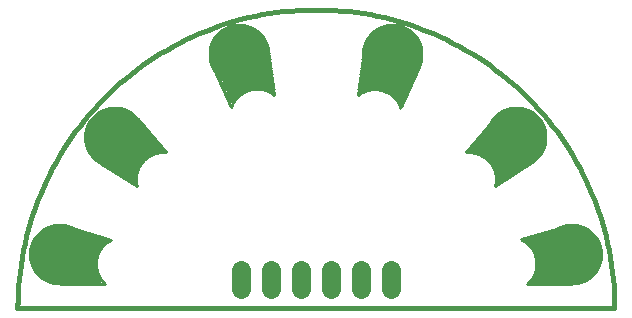
<source format=gts>
G75*
%MOIN*%
%OFA0B0*%
%FSLAX25Y25*%
%IPPOS*%
%LPD*%
%AMOC8*
5,1,8,0,0,1.08239X$1,22.5*
%
%ADD10C,0.01600*%
%ADD11C,0.09474*%
%ADD12C,0.01000*%
%ADD13R,0.00039X0.00472*%
%ADD14C,0.07124*%
%ADD15C,0.06400*%
D10*
X0001800Y0035590D02*
X0200800Y0035590D01*
X0200770Y0038013D01*
X0200682Y0040434D01*
X0200535Y0042853D01*
X0200328Y0045267D01*
X0200063Y0047676D01*
X0199740Y0050077D01*
X0199358Y0052470D01*
X0198918Y0054853D01*
X0198420Y0057224D01*
X0197864Y0059583D01*
X0197251Y0061927D01*
X0196581Y0064256D01*
X0195855Y0066568D01*
X0195073Y0068861D01*
X0194235Y0071134D01*
X0193342Y0073387D01*
X0192394Y0075617D01*
X0191392Y0077823D01*
X0190337Y0080005D01*
X0189229Y0082160D01*
X0188069Y0084287D01*
X0186857Y0086386D01*
X0185595Y0088454D01*
X0184283Y0090491D01*
X0182921Y0092495D01*
X0181511Y0094466D01*
X0180054Y0096402D01*
X0178550Y0098301D01*
X0177000Y0100164D01*
X0175405Y0101988D01*
X0173766Y0103773D01*
X0172084Y0105517D01*
X0170360Y0107220D01*
X0168596Y0108881D01*
X0166791Y0110498D01*
X0164947Y0112070D01*
X0163066Y0113598D01*
X0161148Y0115079D01*
X0159195Y0116512D01*
X0157207Y0117898D01*
X0155186Y0119235D01*
X0153134Y0120523D01*
X0151050Y0121760D01*
X0148937Y0122945D01*
X0146796Y0124080D01*
X0144627Y0125161D01*
X0142433Y0126190D01*
X0140215Y0127164D01*
X0137973Y0128085D01*
X0135710Y0128951D01*
X0133427Y0129761D01*
X0131124Y0130515D01*
X0128804Y0131213D01*
X0126467Y0131855D01*
X0124115Y0132439D01*
X0121750Y0132966D01*
X0119373Y0133435D01*
X0116985Y0133846D01*
X0114588Y0134199D01*
X0112182Y0134493D01*
X0109771Y0134729D01*
X0107354Y0134906D01*
X0104934Y0135024D01*
X0102512Y0135083D01*
X0100088Y0135083D01*
X0097666Y0135024D01*
X0095246Y0134906D01*
X0092829Y0134729D01*
X0090418Y0134493D01*
X0088012Y0134199D01*
X0085615Y0133846D01*
X0083227Y0133435D01*
X0080850Y0132966D01*
X0078485Y0132439D01*
X0076133Y0131855D01*
X0073796Y0131213D01*
X0071476Y0130515D01*
X0069173Y0129761D01*
X0066890Y0128951D01*
X0064627Y0128085D01*
X0062385Y0127164D01*
X0060167Y0126190D01*
X0057973Y0125161D01*
X0055804Y0124080D01*
X0053663Y0122945D01*
X0051550Y0121760D01*
X0049466Y0120523D01*
X0047414Y0119235D01*
X0045393Y0117898D01*
X0043405Y0116512D01*
X0041452Y0115079D01*
X0039534Y0113598D01*
X0037653Y0112070D01*
X0035809Y0110498D01*
X0034004Y0108881D01*
X0032240Y0107220D01*
X0030516Y0105517D01*
X0028834Y0103773D01*
X0027195Y0101988D01*
X0025600Y0100164D01*
X0024050Y0098301D01*
X0022546Y0096402D01*
X0021089Y0094466D01*
X0019679Y0092495D01*
X0018317Y0090491D01*
X0017005Y0088454D01*
X0015743Y0086386D01*
X0014531Y0084287D01*
X0013371Y0082160D01*
X0012263Y0080005D01*
X0011208Y0077823D01*
X0010206Y0075617D01*
X0009258Y0073387D01*
X0008365Y0071134D01*
X0007527Y0068861D01*
X0006745Y0066568D01*
X0006019Y0064256D01*
X0005349Y0061927D01*
X0004736Y0059583D01*
X0004180Y0057224D01*
X0003682Y0054853D01*
X0003242Y0052470D01*
X0002860Y0050077D01*
X0002537Y0047676D01*
X0002272Y0045267D01*
X0002065Y0042853D01*
X0001918Y0040434D01*
X0001830Y0038013D01*
X0001800Y0035590D01*
X0001800Y0035840D02*
X0001800Y0036840D01*
D11*
X0010350Y0053383D02*
X0010352Y0053532D01*
X0010358Y0053681D01*
X0010368Y0053829D01*
X0010382Y0053977D01*
X0010400Y0054125D01*
X0010421Y0054272D01*
X0010447Y0054419D01*
X0010477Y0054565D01*
X0010510Y0054710D01*
X0010548Y0054854D01*
X0010589Y0054997D01*
X0010634Y0055139D01*
X0010683Y0055280D01*
X0010736Y0055419D01*
X0010792Y0055557D01*
X0010852Y0055693D01*
X0010915Y0055828D01*
X0010982Y0055960D01*
X0011053Y0056091D01*
X0011127Y0056221D01*
X0011205Y0056348D01*
X0011286Y0056473D01*
X0011370Y0056595D01*
X0011458Y0056716D01*
X0011548Y0056834D01*
X0011642Y0056949D01*
X0011739Y0057062D01*
X0011839Y0057173D01*
X0011942Y0057280D01*
X0012047Y0057385D01*
X0012156Y0057487D01*
X0012267Y0057587D01*
X0012380Y0057683D01*
X0012497Y0057776D01*
X0012615Y0057866D01*
X0012736Y0057952D01*
X0012859Y0058036D01*
X0012985Y0058116D01*
X0013113Y0058193D01*
X0013242Y0058266D01*
X0013374Y0058336D01*
X0013507Y0058402D01*
X0013642Y0058465D01*
X0013779Y0058524D01*
X0013917Y0058579D01*
X0014056Y0058631D01*
X0014197Y0058678D01*
X0014340Y0058723D01*
X0014483Y0058763D01*
X0014627Y0058799D01*
X0014772Y0058832D01*
X0014919Y0058861D01*
X0015065Y0058885D01*
X0015213Y0058906D01*
X0015361Y0058923D01*
X0015509Y0058936D01*
X0015658Y0058945D01*
X0015806Y0058950D01*
X0015955Y0058951D01*
X0016104Y0058948D01*
X0016253Y0058941D01*
X0016401Y0058930D01*
X0016549Y0058915D01*
X0016697Y0058896D01*
X0016844Y0058873D01*
X0016991Y0058847D01*
X0017136Y0058816D01*
X0017281Y0058782D01*
X0017425Y0058743D01*
X0017568Y0058701D01*
X0017709Y0058655D01*
X0017850Y0058605D01*
X0017988Y0058552D01*
X0018126Y0058495D01*
X0018262Y0058434D01*
X0018396Y0058369D01*
X0018528Y0058301D01*
X0018659Y0058230D01*
X0018788Y0058155D01*
X0018914Y0058076D01*
X0019038Y0057994D01*
X0019161Y0057909D01*
X0019280Y0057821D01*
X0019398Y0057730D01*
X0019513Y0057635D01*
X0019625Y0057537D01*
X0019735Y0057437D01*
X0019842Y0057333D01*
X0019946Y0057227D01*
X0020048Y0057118D01*
X0020146Y0057006D01*
X0020241Y0056892D01*
X0020334Y0056775D01*
X0020423Y0056656D01*
X0020508Y0056534D01*
X0020591Y0056410D01*
X0020670Y0056284D01*
X0020746Y0056156D01*
X0020819Y0056026D01*
X0020888Y0055894D01*
X0020953Y0055760D01*
X0021015Y0055625D01*
X0021073Y0055488D01*
X0021127Y0055349D01*
X0021178Y0055209D01*
X0021225Y0055068D01*
X0021268Y0054926D01*
X0021307Y0054782D01*
X0021343Y0054638D01*
X0021374Y0054492D01*
X0021402Y0054346D01*
X0021426Y0054199D01*
X0021446Y0054051D01*
X0021462Y0053903D01*
X0021474Y0053755D01*
X0021482Y0053606D01*
X0021486Y0053457D01*
X0021486Y0053309D01*
X0021482Y0053160D01*
X0021474Y0053011D01*
X0021462Y0052863D01*
X0021446Y0052715D01*
X0021426Y0052567D01*
X0021402Y0052420D01*
X0021374Y0052274D01*
X0021343Y0052128D01*
X0021307Y0051984D01*
X0021268Y0051840D01*
X0021225Y0051698D01*
X0021178Y0051557D01*
X0021127Y0051417D01*
X0021073Y0051278D01*
X0021015Y0051141D01*
X0020953Y0051006D01*
X0020888Y0050872D01*
X0020819Y0050740D01*
X0020746Y0050610D01*
X0020670Y0050482D01*
X0020591Y0050356D01*
X0020508Y0050232D01*
X0020423Y0050110D01*
X0020334Y0049991D01*
X0020241Y0049874D01*
X0020146Y0049760D01*
X0020048Y0049648D01*
X0019946Y0049539D01*
X0019842Y0049433D01*
X0019735Y0049329D01*
X0019625Y0049229D01*
X0019513Y0049131D01*
X0019398Y0049036D01*
X0019280Y0048945D01*
X0019161Y0048857D01*
X0019038Y0048772D01*
X0018914Y0048690D01*
X0018788Y0048611D01*
X0018659Y0048536D01*
X0018528Y0048465D01*
X0018396Y0048397D01*
X0018262Y0048332D01*
X0018126Y0048271D01*
X0017988Y0048214D01*
X0017850Y0048161D01*
X0017709Y0048111D01*
X0017568Y0048065D01*
X0017425Y0048023D01*
X0017281Y0047984D01*
X0017136Y0047950D01*
X0016991Y0047919D01*
X0016844Y0047893D01*
X0016697Y0047870D01*
X0016549Y0047851D01*
X0016401Y0047836D01*
X0016253Y0047825D01*
X0016104Y0047818D01*
X0015955Y0047815D01*
X0015806Y0047816D01*
X0015658Y0047821D01*
X0015509Y0047830D01*
X0015361Y0047843D01*
X0015213Y0047860D01*
X0015065Y0047881D01*
X0014919Y0047905D01*
X0014772Y0047934D01*
X0014627Y0047967D01*
X0014483Y0048003D01*
X0014340Y0048043D01*
X0014197Y0048088D01*
X0014056Y0048135D01*
X0013917Y0048187D01*
X0013779Y0048242D01*
X0013642Y0048301D01*
X0013507Y0048364D01*
X0013374Y0048430D01*
X0013242Y0048500D01*
X0013113Y0048573D01*
X0012985Y0048650D01*
X0012859Y0048730D01*
X0012736Y0048814D01*
X0012615Y0048900D01*
X0012497Y0048990D01*
X0012380Y0049083D01*
X0012267Y0049179D01*
X0012156Y0049279D01*
X0012047Y0049381D01*
X0011942Y0049486D01*
X0011839Y0049593D01*
X0011739Y0049704D01*
X0011642Y0049817D01*
X0011548Y0049932D01*
X0011458Y0050050D01*
X0011370Y0050171D01*
X0011286Y0050293D01*
X0011205Y0050418D01*
X0011127Y0050545D01*
X0011053Y0050675D01*
X0010982Y0050806D01*
X0010915Y0050938D01*
X0010852Y0051073D01*
X0010792Y0051209D01*
X0010736Y0051347D01*
X0010683Y0051486D01*
X0010634Y0051627D01*
X0010589Y0051769D01*
X0010548Y0051912D01*
X0010510Y0052056D01*
X0010477Y0052201D01*
X0010447Y0052347D01*
X0010421Y0052494D01*
X0010400Y0052641D01*
X0010382Y0052789D01*
X0010368Y0052937D01*
X0010358Y0053085D01*
X0010352Y0053234D01*
X0010350Y0053383D01*
X0028763Y0092403D02*
X0028765Y0092552D01*
X0028771Y0092701D01*
X0028781Y0092849D01*
X0028795Y0092997D01*
X0028813Y0093145D01*
X0028834Y0093292D01*
X0028860Y0093439D01*
X0028890Y0093585D01*
X0028923Y0093730D01*
X0028961Y0093874D01*
X0029002Y0094017D01*
X0029047Y0094159D01*
X0029096Y0094300D01*
X0029149Y0094439D01*
X0029205Y0094577D01*
X0029265Y0094713D01*
X0029328Y0094848D01*
X0029395Y0094980D01*
X0029466Y0095111D01*
X0029540Y0095241D01*
X0029618Y0095368D01*
X0029699Y0095493D01*
X0029783Y0095615D01*
X0029871Y0095736D01*
X0029961Y0095854D01*
X0030055Y0095969D01*
X0030152Y0096082D01*
X0030252Y0096193D01*
X0030355Y0096300D01*
X0030460Y0096405D01*
X0030569Y0096507D01*
X0030680Y0096607D01*
X0030793Y0096703D01*
X0030910Y0096796D01*
X0031028Y0096886D01*
X0031149Y0096972D01*
X0031272Y0097056D01*
X0031398Y0097136D01*
X0031526Y0097213D01*
X0031655Y0097286D01*
X0031787Y0097356D01*
X0031920Y0097422D01*
X0032055Y0097485D01*
X0032192Y0097544D01*
X0032330Y0097599D01*
X0032469Y0097651D01*
X0032610Y0097698D01*
X0032753Y0097743D01*
X0032896Y0097783D01*
X0033040Y0097819D01*
X0033185Y0097852D01*
X0033332Y0097881D01*
X0033478Y0097905D01*
X0033626Y0097926D01*
X0033774Y0097943D01*
X0033922Y0097956D01*
X0034071Y0097965D01*
X0034219Y0097970D01*
X0034368Y0097971D01*
X0034517Y0097968D01*
X0034666Y0097961D01*
X0034814Y0097950D01*
X0034962Y0097935D01*
X0035110Y0097916D01*
X0035257Y0097893D01*
X0035404Y0097867D01*
X0035549Y0097836D01*
X0035694Y0097802D01*
X0035838Y0097763D01*
X0035981Y0097721D01*
X0036122Y0097675D01*
X0036263Y0097625D01*
X0036401Y0097572D01*
X0036539Y0097515D01*
X0036675Y0097454D01*
X0036809Y0097389D01*
X0036941Y0097321D01*
X0037072Y0097250D01*
X0037201Y0097175D01*
X0037327Y0097096D01*
X0037451Y0097014D01*
X0037574Y0096929D01*
X0037693Y0096841D01*
X0037811Y0096750D01*
X0037926Y0096655D01*
X0038038Y0096557D01*
X0038148Y0096457D01*
X0038255Y0096353D01*
X0038359Y0096247D01*
X0038461Y0096138D01*
X0038559Y0096026D01*
X0038654Y0095912D01*
X0038747Y0095795D01*
X0038836Y0095676D01*
X0038921Y0095554D01*
X0039004Y0095430D01*
X0039083Y0095304D01*
X0039159Y0095176D01*
X0039232Y0095046D01*
X0039301Y0094914D01*
X0039366Y0094780D01*
X0039428Y0094645D01*
X0039486Y0094508D01*
X0039540Y0094369D01*
X0039591Y0094229D01*
X0039638Y0094088D01*
X0039681Y0093946D01*
X0039720Y0093802D01*
X0039756Y0093658D01*
X0039787Y0093512D01*
X0039815Y0093366D01*
X0039839Y0093219D01*
X0039859Y0093071D01*
X0039875Y0092923D01*
X0039887Y0092775D01*
X0039895Y0092626D01*
X0039899Y0092477D01*
X0039899Y0092329D01*
X0039895Y0092180D01*
X0039887Y0092031D01*
X0039875Y0091883D01*
X0039859Y0091735D01*
X0039839Y0091587D01*
X0039815Y0091440D01*
X0039787Y0091294D01*
X0039756Y0091148D01*
X0039720Y0091004D01*
X0039681Y0090860D01*
X0039638Y0090718D01*
X0039591Y0090577D01*
X0039540Y0090437D01*
X0039486Y0090298D01*
X0039428Y0090161D01*
X0039366Y0090026D01*
X0039301Y0089892D01*
X0039232Y0089760D01*
X0039159Y0089630D01*
X0039083Y0089502D01*
X0039004Y0089376D01*
X0038921Y0089252D01*
X0038836Y0089130D01*
X0038747Y0089011D01*
X0038654Y0088894D01*
X0038559Y0088780D01*
X0038461Y0088668D01*
X0038359Y0088559D01*
X0038255Y0088453D01*
X0038148Y0088349D01*
X0038038Y0088249D01*
X0037926Y0088151D01*
X0037811Y0088056D01*
X0037693Y0087965D01*
X0037574Y0087877D01*
X0037451Y0087792D01*
X0037327Y0087710D01*
X0037201Y0087631D01*
X0037072Y0087556D01*
X0036941Y0087485D01*
X0036809Y0087417D01*
X0036675Y0087352D01*
X0036539Y0087291D01*
X0036401Y0087234D01*
X0036263Y0087181D01*
X0036122Y0087131D01*
X0035981Y0087085D01*
X0035838Y0087043D01*
X0035694Y0087004D01*
X0035549Y0086970D01*
X0035404Y0086939D01*
X0035257Y0086913D01*
X0035110Y0086890D01*
X0034962Y0086871D01*
X0034814Y0086856D01*
X0034666Y0086845D01*
X0034517Y0086838D01*
X0034368Y0086835D01*
X0034219Y0086836D01*
X0034071Y0086841D01*
X0033922Y0086850D01*
X0033774Y0086863D01*
X0033626Y0086880D01*
X0033478Y0086901D01*
X0033332Y0086925D01*
X0033185Y0086954D01*
X0033040Y0086987D01*
X0032896Y0087023D01*
X0032753Y0087063D01*
X0032610Y0087108D01*
X0032469Y0087155D01*
X0032330Y0087207D01*
X0032192Y0087262D01*
X0032055Y0087321D01*
X0031920Y0087384D01*
X0031787Y0087450D01*
X0031655Y0087520D01*
X0031526Y0087593D01*
X0031398Y0087670D01*
X0031272Y0087750D01*
X0031149Y0087834D01*
X0031028Y0087920D01*
X0030910Y0088010D01*
X0030793Y0088103D01*
X0030680Y0088199D01*
X0030569Y0088299D01*
X0030460Y0088401D01*
X0030355Y0088506D01*
X0030252Y0088613D01*
X0030152Y0088724D01*
X0030055Y0088837D01*
X0029961Y0088952D01*
X0029871Y0089070D01*
X0029783Y0089191D01*
X0029699Y0089313D01*
X0029618Y0089438D01*
X0029540Y0089565D01*
X0029466Y0089695D01*
X0029395Y0089826D01*
X0029328Y0089958D01*
X0029265Y0090093D01*
X0029205Y0090229D01*
X0029149Y0090367D01*
X0029096Y0090506D01*
X0029047Y0090647D01*
X0029002Y0090789D01*
X0028961Y0090932D01*
X0028923Y0091076D01*
X0028890Y0091221D01*
X0028860Y0091367D01*
X0028834Y0091514D01*
X0028813Y0091661D01*
X0028795Y0091809D01*
X0028781Y0091957D01*
X0028771Y0092105D01*
X0028765Y0092254D01*
X0028763Y0092403D01*
X0070196Y0120043D02*
X0070198Y0120192D01*
X0070204Y0120341D01*
X0070214Y0120489D01*
X0070228Y0120637D01*
X0070246Y0120785D01*
X0070267Y0120932D01*
X0070293Y0121079D01*
X0070323Y0121225D01*
X0070356Y0121370D01*
X0070394Y0121514D01*
X0070435Y0121657D01*
X0070480Y0121799D01*
X0070529Y0121940D01*
X0070582Y0122079D01*
X0070638Y0122217D01*
X0070698Y0122353D01*
X0070761Y0122488D01*
X0070828Y0122620D01*
X0070899Y0122751D01*
X0070973Y0122881D01*
X0071051Y0123008D01*
X0071132Y0123133D01*
X0071216Y0123255D01*
X0071304Y0123376D01*
X0071394Y0123494D01*
X0071488Y0123609D01*
X0071585Y0123722D01*
X0071685Y0123833D01*
X0071788Y0123940D01*
X0071893Y0124045D01*
X0072002Y0124147D01*
X0072113Y0124247D01*
X0072226Y0124343D01*
X0072343Y0124436D01*
X0072461Y0124526D01*
X0072582Y0124612D01*
X0072705Y0124696D01*
X0072831Y0124776D01*
X0072959Y0124853D01*
X0073088Y0124926D01*
X0073220Y0124996D01*
X0073353Y0125062D01*
X0073488Y0125125D01*
X0073625Y0125184D01*
X0073763Y0125239D01*
X0073902Y0125291D01*
X0074043Y0125338D01*
X0074186Y0125383D01*
X0074329Y0125423D01*
X0074473Y0125459D01*
X0074618Y0125492D01*
X0074765Y0125521D01*
X0074911Y0125545D01*
X0075059Y0125566D01*
X0075207Y0125583D01*
X0075355Y0125596D01*
X0075504Y0125605D01*
X0075652Y0125610D01*
X0075801Y0125611D01*
X0075950Y0125608D01*
X0076099Y0125601D01*
X0076247Y0125590D01*
X0076395Y0125575D01*
X0076543Y0125556D01*
X0076690Y0125533D01*
X0076837Y0125507D01*
X0076982Y0125476D01*
X0077127Y0125442D01*
X0077271Y0125403D01*
X0077414Y0125361D01*
X0077555Y0125315D01*
X0077696Y0125265D01*
X0077834Y0125212D01*
X0077972Y0125155D01*
X0078108Y0125094D01*
X0078242Y0125029D01*
X0078374Y0124961D01*
X0078505Y0124890D01*
X0078634Y0124815D01*
X0078760Y0124736D01*
X0078884Y0124654D01*
X0079007Y0124569D01*
X0079126Y0124481D01*
X0079244Y0124390D01*
X0079359Y0124295D01*
X0079471Y0124197D01*
X0079581Y0124097D01*
X0079688Y0123993D01*
X0079792Y0123887D01*
X0079894Y0123778D01*
X0079992Y0123666D01*
X0080087Y0123552D01*
X0080180Y0123435D01*
X0080269Y0123316D01*
X0080354Y0123194D01*
X0080437Y0123070D01*
X0080516Y0122944D01*
X0080592Y0122816D01*
X0080665Y0122686D01*
X0080734Y0122554D01*
X0080799Y0122420D01*
X0080861Y0122285D01*
X0080919Y0122148D01*
X0080973Y0122009D01*
X0081024Y0121869D01*
X0081071Y0121728D01*
X0081114Y0121586D01*
X0081153Y0121442D01*
X0081189Y0121298D01*
X0081220Y0121152D01*
X0081248Y0121006D01*
X0081272Y0120859D01*
X0081292Y0120711D01*
X0081308Y0120563D01*
X0081320Y0120415D01*
X0081328Y0120266D01*
X0081332Y0120117D01*
X0081332Y0119969D01*
X0081328Y0119820D01*
X0081320Y0119671D01*
X0081308Y0119523D01*
X0081292Y0119375D01*
X0081272Y0119227D01*
X0081248Y0119080D01*
X0081220Y0118934D01*
X0081189Y0118788D01*
X0081153Y0118644D01*
X0081114Y0118500D01*
X0081071Y0118358D01*
X0081024Y0118217D01*
X0080973Y0118077D01*
X0080919Y0117938D01*
X0080861Y0117801D01*
X0080799Y0117666D01*
X0080734Y0117532D01*
X0080665Y0117400D01*
X0080592Y0117270D01*
X0080516Y0117142D01*
X0080437Y0117016D01*
X0080354Y0116892D01*
X0080269Y0116770D01*
X0080180Y0116651D01*
X0080087Y0116534D01*
X0079992Y0116420D01*
X0079894Y0116308D01*
X0079792Y0116199D01*
X0079688Y0116093D01*
X0079581Y0115989D01*
X0079471Y0115889D01*
X0079359Y0115791D01*
X0079244Y0115696D01*
X0079126Y0115605D01*
X0079007Y0115517D01*
X0078884Y0115432D01*
X0078760Y0115350D01*
X0078634Y0115271D01*
X0078505Y0115196D01*
X0078374Y0115125D01*
X0078242Y0115057D01*
X0078108Y0114992D01*
X0077972Y0114931D01*
X0077834Y0114874D01*
X0077696Y0114821D01*
X0077555Y0114771D01*
X0077414Y0114725D01*
X0077271Y0114683D01*
X0077127Y0114644D01*
X0076982Y0114610D01*
X0076837Y0114579D01*
X0076690Y0114553D01*
X0076543Y0114530D01*
X0076395Y0114511D01*
X0076247Y0114496D01*
X0076099Y0114485D01*
X0075950Y0114478D01*
X0075801Y0114475D01*
X0075652Y0114476D01*
X0075504Y0114481D01*
X0075355Y0114490D01*
X0075207Y0114503D01*
X0075059Y0114520D01*
X0074911Y0114541D01*
X0074765Y0114565D01*
X0074618Y0114594D01*
X0074473Y0114627D01*
X0074329Y0114663D01*
X0074186Y0114703D01*
X0074043Y0114748D01*
X0073902Y0114795D01*
X0073763Y0114847D01*
X0073625Y0114902D01*
X0073488Y0114961D01*
X0073353Y0115024D01*
X0073220Y0115090D01*
X0073088Y0115160D01*
X0072959Y0115233D01*
X0072831Y0115310D01*
X0072705Y0115390D01*
X0072582Y0115474D01*
X0072461Y0115560D01*
X0072343Y0115650D01*
X0072226Y0115743D01*
X0072113Y0115839D01*
X0072002Y0115939D01*
X0071893Y0116041D01*
X0071788Y0116146D01*
X0071685Y0116253D01*
X0071585Y0116364D01*
X0071488Y0116477D01*
X0071394Y0116592D01*
X0071304Y0116710D01*
X0071216Y0116831D01*
X0071132Y0116953D01*
X0071051Y0117078D01*
X0070973Y0117205D01*
X0070899Y0117335D01*
X0070828Y0117466D01*
X0070761Y0117598D01*
X0070698Y0117733D01*
X0070638Y0117869D01*
X0070582Y0118007D01*
X0070529Y0118146D01*
X0070480Y0118287D01*
X0070435Y0118429D01*
X0070394Y0118572D01*
X0070356Y0118716D01*
X0070323Y0118861D01*
X0070293Y0119007D01*
X0070267Y0119154D01*
X0070246Y0119301D01*
X0070228Y0119449D01*
X0070214Y0119597D01*
X0070204Y0119745D01*
X0070198Y0119894D01*
X0070196Y0120043D01*
X0121338Y0120033D02*
X0121340Y0120182D01*
X0121346Y0120331D01*
X0121356Y0120479D01*
X0121370Y0120627D01*
X0121388Y0120775D01*
X0121409Y0120922D01*
X0121435Y0121069D01*
X0121465Y0121215D01*
X0121498Y0121360D01*
X0121536Y0121504D01*
X0121577Y0121647D01*
X0121622Y0121789D01*
X0121671Y0121930D01*
X0121724Y0122069D01*
X0121780Y0122207D01*
X0121840Y0122343D01*
X0121903Y0122478D01*
X0121970Y0122610D01*
X0122041Y0122741D01*
X0122115Y0122871D01*
X0122193Y0122998D01*
X0122274Y0123123D01*
X0122358Y0123245D01*
X0122446Y0123366D01*
X0122536Y0123484D01*
X0122630Y0123599D01*
X0122727Y0123712D01*
X0122827Y0123823D01*
X0122930Y0123930D01*
X0123035Y0124035D01*
X0123144Y0124137D01*
X0123255Y0124237D01*
X0123368Y0124333D01*
X0123485Y0124426D01*
X0123603Y0124516D01*
X0123724Y0124602D01*
X0123847Y0124686D01*
X0123973Y0124766D01*
X0124101Y0124843D01*
X0124230Y0124916D01*
X0124362Y0124986D01*
X0124495Y0125052D01*
X0124630Y0125115D01*
X0124767Y0125174D01*
X0124905Y0125229D01*
X0125044Y0125281D01*
X0125185Y0125328D01*
X0125328Y0125373D01*
X0125471Y0125413D01*
X0125615Y0125449D01*
X0125760Y0125482D01*
X0125907Y0125511D01*
X0126053Y0125535D01*
X0126201Y0125556D01*
X0126349Y0125573D01*
X0126497Y0125586D01*
X0126646Y0125595D01*
X0126794Y0125600D01*
X0126943Y0125601D01*
X0127092Y0125598D01*
X0127241Y0125591D01*
X0127389Y0125580D01*
X0127537Y0125565D01*
X0127685Y0125546D01*
X0127832Y0125523D01*
X0127979Y0125497D01*
X0128124Y0125466D01*
X0128269Y0125432D01*
X0128413Y0125393D01*
X0128556Y0125351D01*
X0128697Y0125305D01*
X0128838Y0125255D01*
X0128976Y0125202D01*
X0129114Y0125145D01*
X0129250Y0125084D01*
X0129384Y0125019D01*
X0129516Y0124951D01*
X0129647Y0124880D01*
X0129776Y0124805D01*
X0129902Y0124726D01*
X0130026Y0124644D01*
X0130149Y0124559D01*
X0130268Y0124471D01*
X0130386Y0124380D01*
X0130501Y0124285D01*
X0130613Y0124187D01*
X0130723Y0124087D01*
X0130830Y0123983D01*
X0130934Y0123877D01*
X0131036Y0123768D01*
X0131134Y0123656D01*
X0131229Y0123542D01*
X0131322Y0123425D01*
X0131411Y0123306D01*
X0131496Y0123184D01*
X0131579Y0123060D01*
X0131658Y0122934D01*
X0131734Y0122806D01*
X0131807Y0122676D01*
X0131876Y0122544D01*
X0131941Y0122410D01*
X0132003Y0122275D01*
X0132061Y0122138D01*
X0132115Y0121999D01*
X0132166Y0121859D01*
X0132213Y0121718D01*
X0132256Y0121576D01*
X0132295Y0121432D01*
X0132331Y0121288D01*
X0132362Y0121142D01*
X0132390Y0120996D01*
X0132414Y0120849D01*
X0132434Y0120701D01*
X0132450Y0120553D01*
X0132462Y0120405D01*
X0132470Y0120256D01*
X0132474Y0120107D01*
X0132474Y0119959D01*
X0132470Y0119810D01*
X0132462Y0119661D01*
X0132450Y0119513D01*
X0132434Y0119365D01*
X0132414Y0119217D01*
X0132390Y0119070D01*
X0132362Y0118924D01*
X0132331Y0118778D01*
X0132295Y0118634D01*
X0132256Y0118490D01*
X0132213Y0118348D01*
X0132166Y0118207D01*
X0132115Y0118067D01*
X0132061Y0117928D01*
X0132003Y0117791D01*
X0131941Y0117656D01*
X0131876Y0117522D01*
X0131807Y0117390D01*
X0131734Y0117260D01*
X0131658Y0117132D01*
X0131579Y0117006D01*
X0131496Y0116882D01*
X0131411Y0116760D01*
X0131322Y0116641D01*
X0131229Y0116524D01*
X0131134Y0116410D01*
X0131036Y0116298D01*
X0130934Y0116189D01*
X0130830Y0116083D01*
X0130723Y0115979D01*
X0130613Y0115879D01*
X0130501Y0115781D01*
X0130386Y0115686D01*
X0130268Y0115595D01*
X0130149Y0115507D01*
X0130026Y0115422D01*
X0129902Y0115340D01*
X0129776Y0115261D01*
X0129647Y0115186D01*
X0129516Y0115115D01*
X0129384Y0115047D01*
X0129250Y0114982D01*
X0129114Y0114921D01*
X0128976Y0114864D01*
X0128838Y0114811D01*
X0128697Y0114761D01*
X0128556Y0114715D01*
X0128413Y0114673D01*
X0128269Y0114634D01*
X0128124Y0114600D01*
X0127979Y0114569D01*
X0127832Y0114543D01*
X0127685Y0114520D01*
X0127537Y0114501D01*
X0127389Y0114486D01*
X0127241Y0114475D01*
X0127092Y0114468D01*
X0126943Y0114465D01*
X0126794Y0114466D01*
X0126646Y0114471D01*
X0126497Y0114480D01*
X0126349Y0114493D01*
X0126201Y0114510D01*
X0126053Y0114531D01*
X0125907Y0114555D01*
X0125760Y0114584D01*
X0125615Y0114617D01*
X0125471Y0114653D01*
X0125328Y0114693D01*
X0125185Y0114738D01*
X0125044Y0114785D01*
X0124905Y0114837D01*
X0124767Y0114892D01*
X0124630Y0114951D01*
X0124495Y0115014D01*
X0124362Y0115080D01*
X0124230Y0115150D01*
X0124101Y0115223D01*
X0123973Y0115300D01*
X0123847Y0115380D01*
X0123724Y0115464D01*
X0123603Y0115550D01*
X0123485Y0115640D01*
X0123368Y0115733D01*
X0123255Y0115829D01*
X0123144Y0115929D01*
X0123035Y0116031D01*
X0122930Y0116136D01*
X0122827Y0116243D01*
X0122727Y0116354D01*
X0122630Y0116467D01*
X0122536Y0116582D01*
X0122446Y0116700D01*
X0122358Y0116821D01*
X0122274Y0116943D01*
X0122193Y0117068D01*
X0122115Y0117195D01*
X0122041Y0117325D01*
X0121970Y0117456D01*
X0121903Y0117588D01*
X0121840Y0117723D01*
X0121780Y0117859D01*
X0121724Y0117997D01*
X0121671Y0118136D01*
X0121622Y0118277D01*
X0121577Y0118419D01*
X0121536Y0118562D01*
X0121498Y0118706D01*
X0121465Y0118851D01*
X0121435Y0118997D01*
X0121409Y0119144D01*
X0121388Y0119291D01*
X0121370Y0119439D01*
X0121356Y0119587D01*
X0121346Y0119735D01*
X0121340Y0119884D01*
X0121338Y0120033D01*
X0162608Y0092420D02*
X0162610Y0092569D01*
X0162616Y0092718D01*
X0162626Y0092866D01*
X0162640Y0093014D01*
X0162658Y0093162D01*
X0162679Y0093309D01*
X0162705Y0093456D01*
X0162735Y0093602D01*
X0162768Y0093747D01*
X0162806Y0093891D01*
X0162847Y0094034D01*
X0162892Y0094176D01*
X0162941Y0094317D01*
X0162994Y0094456D01*
X0163050Y0094594D01*
X0163110Y0094730D01*
X0163173Y0094865D01*
X0163240Y0094997D01*
X0163311Y0095128D01*
X0163385Y0095258D01*
X0163463Y0095385D01*
X0163544Y0095510D01*
X0163628Y0095632D01*
X0163716Y0095753D01*
X0163806Y0095871D01*
X0163900Y0095986D01*
X0163997Y0096099D01*
X0164097Y0096210D01*
X0164200Y0096317D01*
X0164305Y0096422D01*
X0164414Y0096524D01*
X0164525Y0096624D01*
X0164638Y0096720D01*
X0164755Y0096813D01*
X0164873Y0096903D01*
X0164994Y0096989D01*
X0165117Y0097073D01*
X0165243Y0097153D01*
X0165371Y0097230D01*
X0165500Y0097303D01*
X0165632Y0097373D01*
X0165765Y0097439D01*
X0165900Y0097502D01*
X0166037Y0097561D01*
X0166175Y0097616D01*
X0166314Y0097668D01*
X0166455Y0097715D01*
X0166598Y0097760D01*
X0166741Y0097800D01*
X0166885Y0097836D01*
X0167030Y0097869D01*
X0167177Y0097898D01*
X0167323Y0097922D01*
X0167471Y0097943D01*
X0167619Y0097960D01*
X0167767Y0097973D01*
X0167916Y0097982D01*
X0168064Y0097987D01*
X0168213Y0097988D01*
X0168362Y0097985D01*
X0168511Y0097978D01*
X0168659Y0097967D01*
X0168807Y0097952D01*
X0168955Y0097933D01*
X0169102Y0097910D01*
X0169249Y0097884D01*
X0169394Y0097853D01*
X0169539Y0097819D01*
X0169683Y0097780D01*
X0169826Y0097738D01*
X0169967Y0097692D01*
X0170108Y0097642D01*
X0170246Y0097589D01*
X0170384Y0097532D01*
X0170520Y0097471D01*
X0170654Y0097406D01*
X0170786Y0097338D01*
X0170917Y0097267D01*
X0171046Y0097192D01*
X0171172Y0097113D01*
X0171296Y0097031D01*
X0171419Y0096946D01*
X0171538Y0096858D01*
X0171656Y0096767D01*
X0171771Y0096672D01*
X0171883Y0096574D01*
X0171993Y0096474D01*
X0172100Y0096370D01*
X0172204Y0096264D01*
X0172306Y0096155D01*
X0172404Y0096043D01*
X0172499Y0095929D01*
X0172592Y0095812D01*
X0172681Y0095693D01*
X0172766Y0095571D01*
X0172849Y0095447D01*
X0172928Y0095321D01*
X0173004Y0095193D01*
X0173077Y0095063D01*
X0173146Y0094931D01*
X0173211Y0094797D01*
X0173273Y0094662D01*
X0173331Y0094525D01*
X0173385Y0094386D01*
X0173436Y0094246D01*
X0173483Y0094105D01*
X0173526Y0093963D01*
X0173565Y0093819D01*
X0173601Y0093675D01*
X0173632Y0093529D01*
X0173660Y0093383D01*
X0173684Y0093236D01*
X0173704Y0093088D01*
X0173720Y0092940D01*
X0173732Y0092792D01*
X0173740Y0092643D01*
X0173744Y0092494D01*
X0173744Y0092346D01*
X0173740Y0092197D01*
X0173732Y0092048D01*
X0173720Y0091900D01*
X0173704Y0091752D01*
X0173684Y0091604D01*
X0173660Y0091457D01*
X0173632Y0091311D01*
X0173601Y0091165D01*
X0173565Y0091021D01*
X0173526Y0090877D01*
X0173483Y0090735D01*
X0173436Y0090594D01*
X0173385Y0090454D01*
X0173331Y0090315D01*
X0173273Y0090178D01*
X0173211Y0090043D01*
X0173146Y0089909D01*
X0173077Y0089777D01*
X0173004Y0089647D01*
X0172928Y0089519D01*
X0172849Y0089393D01*
X0172766Y0089269D01*
X0172681Y0089147D01*
X0172592Y0089028D01*
X0172499Y0088911D01*
X0172404Y0088797D01*
X0172306Y0088685D01*
X0172204Y0088576D01*
X0172100Y0088470D01*
X0171993Y0088366D01*
X0171883Y0088266D01*
X0171771Y0088168D01*
X0171656Y0088073D01*
X0171538Y0087982D01*
X0171419Y0087894D01*
X0171296Y0087809D01*
X0171172Y0087727D01*
X0171046Y0087648D01*
X0170917Y0087573D01*
X0170786Y0087502D01*
X0170654Y0087434D01*
X0170520Y0087369D01*
X0170384Y0087308D01*
X0170246Y0087251D01*
X0170108Y0087198D01*
X0169967Y0087148D01*
X0169826Y0087102D01*
X0169683Y0087060D01*
X0169539Y0087021D01*
X0169394Y0086987D01*
X0169249Y0086956D01*
X0169102Y0086930D01*
X0168955Y0086907D01*
X0168807Y0086888D01*
X0168659Y0086873D01*
X0168511Y0086862D01*
X0168362Y0086855D01*
X0168213Y0086852D01*
X0168064Y0086853D01*
X0167916Y0086858D01*
X0167767Y0086867D01*
X0167619Y0086880D01*
X0167471Y0086897D01*
X0167323Y0086918D01*
X0167177Y0086942D01*
X0167030Y0086971D01*
X0166885Y0087004D01*
X0166741Y0087040D01*
X0166598Y0087080D01*
X0166455Y0087125D01*
X0166314Y0087172D01*
X0166175Y0087224D01*
X0166037Y0087279D01*
X0165900Y0087338D01*
X0165765Y0087401D01*
X0165632Y0087467D01*
X0165500Y0087537D01*
X0165371Y0087610D01*
X0165243Y0087687D01*
X0165117Y0087767D01*
X0164994Y0087851D01*
X0164873Y0087937D01*
X0164755Y0088027D01*
X0164638Y0088120D01*
X0164525Y0088216D01*
X0164414Y0088316D01*
X0164305Y0088418D01*
X0164200Y0088523D01*
X0164097Y0088630D01*
X0163997Y0088741D01*
X0163900Y0088854D01*
X0163806Y0088969D01*
X0163716Y0089087D01*
X0163628Y0089208D01*
X0163544Y0089330D01*
X0163463Y0089455D01*
X0163385Y0089582D01*
X0163311Y0089712D01*
X0163240Y0089843D01*
X0163173Y0089975D01*
X0163110Y0090110D01*
X0163050Y0090246D01*
X0162994Y0090384D01*
X0162941Y0090523D01*
X0162892Y0090664D01*
X0162847Y0090806D01*
X0162806Y0090949D01*
X0162768Y0091093D01*
X0162735Y0091238D01*
X0162705Y0091384D01*
X0162679Y0091531D01*
X0162658Y0091678D01*
X0162640Y0091826D01*
X0162626Y0091974D01*
X0162616Y0092122D01*
X0162610Y0092271D01*
X0162608Y0092420D01*
X0181108Y0053354D02*
X0181110Y0053503D01*
X0181116Y0053652D01*
X0181126Y0053800D01*
X0181140Y0053948D01*
X0181158Y0054096D01*
X0181179Y0054243D01*
X0181205Y0054390D01*
X0181235Y0054536D01*
X0181268Y0054681D01*
X0181306Y0054825D01*
X0181347Y0054968D01*
X0181392Y0055110D01*
X0181441Y0055251D01*
X0181494Y0055390D01*
X0181550Y0055528D01*
X0181610Y0055664D01*
X0181673Y0055799D01*
X0181740Y0055931D01*
X0181811Y0056062D01*
X0181885Y0056192D01*
X0181963Y0056319D01*
X0182044Y0056444D01*
X0182128Y0056566D01*
X0182216Y0056687D01*
X0182306Y0056805D01*
X0182400Y0056920D01*
X0182497Y0057033D01*
X0182597Y0057144D01*
X0182700Y0057251D01*
X0182805Y0057356D01*
X0182914Y0057458D01*
X0183025Y0057558D01*
X0183138Y0057654D01*
X0183255Y0057747D01*
X0183373Y0057837D01*
X0183494Y0057923D01*
X0183617Y0058007D01*
X0183743Y0058087D01*
X0183871Y0058164D01*
X0184000Y0058237D01*
X0184132Y0058307D01*
X0184265Y0058373D01*
X0184400Y0058436D01*
X0184537Y0058495D01*
X0184675Y0058550D01*
X0184814Y0058602D01*
X0184955Y0058649D01*
X0185098Y0058694D01*
X0185241Y0058734D01*
X0185385Y0058770D01*
X0185530Y0058803D01*
X0185677Y0058832D01*
X0185823Y0058856D01*
X0185971Y0058877D01*
X0186119Y0058894D01*
X0186267Y0058907D01*
X0186416Y0058916D01*
X0186564Y0058921D01*
X0186713Y0058922D01*
X0186862Y0058919D01*
X0187011Y0058912D01*
X0187159Y0058901D01*
X0187307Y0058886D01*
X0187455Y0058867D01*
X0187602Y0058844D01*
X0187749Y0058818D01*
X0187894Y0058787D01*
X0188039Y0058753D01*
X0188183Y0058714D01*
X0188326Y0058672D01*
X0188467Y0058626D01*
X0188608Y0058576D01*
X0188746Y0058523D01*
X0188884Y0058466D01*
X0189020Y0058405D01*
X0189154Y0058340D01*
X0189286Y0058272D01*
X0189417Y0058201D01*
X0189546Y0058126D01*
X0189672Y0058047D01*
X0189796Y0057965D01*
X0189919Y0057880D01*
X0190038Y0057792D01*
X0190156Y0057701D01*
X0190271Y0057606D01*
X0190383Y0057508D01*
X0190493Y0057408D01*
X0190600Y0057304D01*
X0190704Y0057198D01*
X0190806Y0057089D01*
X0190904Y0056977D01*
X0190999Y0056863D01*
X0191092Y0056746D01*
X0191181Y0056627D01*
X0191266Y0056505D01*
X0191349Y0056381D01*
X0191428Y0056255D01*
X0191504Y0056127D01*
X0191577Y0055997D01*
X0191646Y0055865D01*
X0191711Y0055731D01*
X0191773Y0055596D01*
X0191831Y0055459D01*
X0191885Y0055320D01*
X0191936Y0055180D01*
X0191983Y0055039D01*
X0192026Y0054897D01*
X0192065Y0054753D01*
X0192101Y0054609D01*
X0192132Y0054463D01*
X0192160Y0054317D01*
X0192184Y0054170D01*
X0192204Y0054022D01*
X0192220Y0053874D01*
X0192232Y0053726D01*
X0192240Y0053577D01*
X0192244Y0053428D01*
X0192244Y0053280D01*
X0192240Y0053131D01*
X0192232Y0052982D01*
X0192220Y0052834D01*
X0192204Y0052686D01*
X0192184Y0052538D01*
X0192160Y0052391D01*
X0192132Y0052245D01*
X0192101Y0052099D01*
X0192065Y0051955D01*
X0192026Y0051811D01*
X0191983Y0051669D01*
X0191936Y0051528D01*
X0191885Y0051388D01*
X0191831Y0051249D01*
X0191773Y0051112D01*
X0191711Y0050977D01*
X0191646Y0050843D01*
X0191577Y0050711D01*
X0191504Y0050581D01*
X0191428Y0050453D01*
X0191349Y0050327D01*
X0191266Y0050203D01*
X0191181Y0050081D01*
X0191092Y0049962D01*
X0190999Y0049845D01*
X0190904Y0049731D01*
X0190806Y0049619D01*
X0190704Y0049510D01*
X0190600Y0049404D01*
X0190493Y0049300D01*
X0190383Y0049200D01*
X0190271Y0049102D01*
X0190156Y0049007D01*
X0190038Y0048916D01*
X0189919Y0048828D01*
X0189796Y0048743D01*
X0189672Y0048661D01*
X0189546Y0048582D01*
X0189417Y0048507D01*
X0189286Y0048436D01*
X0189154Y0048368D01*
X0189020Y0048303D01*
X0188884Y0048242D01*
X0188746Y0048185D01*
X0188608Y0048132D01*
X0188467Y0048082D01*
X0188326Y0048036D01*
X0188183Y0047994D01*
X0188039Y0047955D01*
X0187894Y0047921D01*
X0187749Y0047890D01*
X0187602Y0047864D01*
X0187455Y0047841D01*
X0187307Y0047822D01*
X0187159Y0047807D01*
X0187011Y0047796D01*
X0186862Y0047789D01*
X0186713Y0047786D01*
X0186564Y0047787D01*
X0186416Y0047792D01*
X0186267Y0047801D01*
X0186119Y0047814D01*
X0185971Y0047831D01*
X0185823Y0047852D01*
X0185677Y0047876D01*
X0185530Y0047905D01*
X0185385Y0047938D01*
X0185241Y0047974D01*
X0185098Y0048014D01*
X0184955Y0048059D01*
X0184814Y0048106D01*
X0184675Y0048158D01*
X0184537Y0048213D01*
X0184400Y0048272D01*
X0184265Y0048335D01*
X0184132Y0048401D01*
X0184000Y0048471D01*
X0183871Y0048544D01*
X0183743Y0048621D01*
X0183617Y0048701D01*
X0183494Y0048785D01*
X0183373Y0048871D01*
X0183255Y0048961D01*
X0183138Y0049054D01*
X0183025Y0049150D01*
X0182914Y0049250D01*
X0182805Y0049352D01*
X0182700Y0049457D01*
X0182597Y0049564D01*
X0182497Y0049675D01*
X0182400Y0049788D01*
X0182306Y0049903D01*
X0182216Y0050021D01*
X0182128Y0050142D01*
X0182044Y0050264D01*
X0181963Y0050389D01*
X0181885Y0050516D01*
X0181811Y0050646D01*
X0181740Y0050777D01*
X0181673Y0050909D01*
X0181610Y0051044D01*
X0181550Y0051180D01*
X0181494Y0051318D01*
X0181441Y0051457D01*
X0181392Y0051598D01*
X0181347Y0051740D01*
X0181306Y0051883D01*
X0181268Y0052027D01*
X0181235Y0052172D01*
X0181205Y0052318D01*
X0181179Y0052465D01*
X0181158Y0052612D01*
X0181140Y0052760D01*
X0181126Y0052908D01*
X0181116Y0053056D01*
X0181110Y0053205D01*
X0181108Y0053354D01*
D12*
X0181841Y0053581D02*
X0187437Y0053581D01*
X0187531Y0054579D02*
X0182767Y0054579D01*
X0183693Y0055578D02*
X0187625Y0055578D01*
X0187719Y0056577D02*
X0184619Y0056577D01*
X0185545Y0057575D02*
X0187813Y0057575D01*
X0187907Y0058574D02*
X0186472Y0058574D01*
X0187398Y0059572D02*
X0188001Y0059572D01*
X0188069Y0060295D02*
X0186495Y0043569D01*
X0171800Y0043692D01*
X0173101Y0044981D01*
X0173290Y0045037D01*
X0174034Y0046407D01*
X0174223Y0046463D01*
X0174781Y0047490D01*
X0174691Y0047792D01*
X0175329Y0048966D01*
X0174714Y0051307D01*
X0174822Y0051649D01*
X0176634Y0052186D01*
X0177270Y0051841D01*
X0177985Y0049425D01*
X0188069Y0060295D01*
X0184206Y0062108D02*
X0169730Y0058485D01*
X0183741Y0062709D01*
X0183864Y0062294D01*
X0184206Y0062108D01*
X0183783Y0062568D02*
X0183272Y0062568D01*
X0182054Y0061569D02*
X0179960Y0061569D01*
X0179462Y0059963D02*
X0176434Y0054385D01*
X0176881Y0052875D01*
X0174692Y0052227D01*
X0174745Y0052325D01*
X0173940Y0055043D01*
X0173206Y0055441D01*
X0172792Y0056838D01*
X0171618Y0057475D01*
X0171239Y0058061D01*
X0171348Y0057970D01*
X0179462Y0059963D01*
X0179250Y0059572D02*
X0177869Y0059572D01*
X0178063Y0060571D02*
X0176647Y0060571D01*
X0174073Y0059572D02*
X0173335Y0059572D01*
X0173804Y0058574D02*
X0178708Y0058574D01*
X0178166Y0057575D02*
X0171553Y0057575D01*
X0172869Y0056577D02*
X0177623Y0056577D01*
X0177081Y0055578D02*
X0173165Y0055578D01*
X0174077Y0054579D02*
X0176539Y0054579D01*
X0176672Y0053581D02*
X0174373Y0053581D01*
X0174668Y0052582D02*
X0175892Y0052582D01*
X0174801Y0051584D02*
X0177346Y0051584D01*
X0177641Y0050585D02*
X0174904Y0050585D01*
X0175166Y0049587D02*
X0177937Y0049587D01*
X0178136Y0049587D02*
X0187061Y0049587D01*
X0187155Y0050585D02*
X0179062Y0050585D01*
X0179988Y0051584D02*
X0187249Y0051584D01*
X0187343Y0052582D02*
X0180914Y0052582D01*
X0175124Y0048588D02*
X0186967Y0048588D01*
X0186873Y0047590D02*
X0174751Y0047590D01*
X0174293Y0046591D02*
X0186779Y0046591D01*
X0186685Y0045593D02*
X0173592Y0045593D01*
X0172711Y0044594D02*
X0186591Y0044594D01*
X0186497Y0043596D02*
X0183284Y0043596D01*
X0171837Y0043703D02*
X0171997Y0043853D01*
X0172153Y0044007D01*
X0172306Y0044165D01*
X0172455Y0044327D01*
X0172599Y0044492D01*
X0172740Y0044660D01*
X0172877Y0044832D01*
X0173009Y0045007D01*
X0173137Y0045186D01*
X0173261Y0045367D01*
X0173380Y0045551D01*
X0173495Y0045738D01*
X0173605Y0045928D01*
X0173710Y0046121D01*
X0173811Y0046316D01*
X0173907Y0046513D01*
X0173999Y0046713D01*
X0174085Y0046915D01*
X0174166Y0047119D01*
X0174243Y0047324D01*
X0174314Y0047532D01*
X0174381Y0047741D01*
X0174442Y0047952D01*
X0174498Y0048164D01*
X0174549Y0048378D01*
X0174595Y0048592D01*
X0174636Y0048808D01*
X0174671Y0049025D01*
X0174701Y0049242D01*
X0174726Y0049460D01*
X0174745Y0049679D01*
X0174760Y0049898D01*
X0174768Y0050117D01*
X0174772Y0050337D01*
X0174770Y0050556D01*
X0174763Y0050776D01*
X0174751Y0050995D01*
X0174733Y0051214D01*
X0174710Y0051432D01*
X0174681Y0051650D01*
X0174648Y0051867D01*
X0174609Y0052083D01*
X0174565Y0052298D01*
X0174516Y0052512D01*
X0174461Y0052724D01*
X0174401Y0052936D01*
X0174337Y0053145D01*
X0174267Y0053354D01*
X0174192Y0053560D01*
X0174112Y0053764D01*
X0174028Y0053967D01*
X0173938Y0054167D01*
X0173843Y0054365D01*
X0173744Y0054561D01*
X0173640Y0054755D01*
X0173532Y0054945D01*
X0173418Y0055133D01*
X0173301Y0055319D01*
X0173178Y0055501D01*
X0173052Y0055680D01*
X0172921Y0055857D01*
X0172786Y0056030D01*
X0172646Y0056199D01*
X0172503Y0056365D01*
X0172355Y0056528D01*
X0172204Y0056687D01*
X0172049Y0056842D01*
X0171890Y0056994D01*
X0171728Y0057142D01*
X0171562Y0057285D01*
X0171392Y0057425D01*
X0171220Y0057560D01*
X0171044Y0057692D01*
X0170864Y0057818D01*
X0170682Y0057941D01*
X0170497Y0058059D01*
X0170309Y0058173D01*
X0170119Y0058281D01*
X0169926Y0058386D01*
X0169730Y0058485D01*
X0170023Y0058574D02*
X0170082Y0058574D01*
X0160962Y0076214D02*
X0173354Y0084115D01*
X0165564Y0099000D01*
X0163028Y0084391D01*
X0161112Y0086028D01*
X0160390Y0085971D01*
X0159163Y0084534D01*
X0159259Y0084188D01*
X0161049Y0082560D01*
X0161154Y0081228D01*
X0161394Y0081024D01*
X0161486Y0079858D01*
X0161358Y0079708D01*
X0161480Y0078154D01*
X0161352Y0078004D01*
X0160962Y0076214D01*
X0161035Y0076547D02*
X0161484Y0076547D01*
X0161252Y0077545D02*
X0163050Y0077545D01*
X0164616Y0078544D02*
X0161449Y0078544D01*
X0161371Y0079542D02*
X0166182Y0079542D01*
X0167748Y0080541D02*
X0161432Y0080541D01*
X0161130Y0081539D02*
X0169314Y0081539D01*
X0170880Y0082538D02*
X0161051Y0082538D01*
X0159976Y0083536D02*
X0172446Y0083536D01*
X0173134Y0084535D02*
X0163053Y0084535D01*
X0162860Y0084535D02*
X0159163Y0084535D01*
X0158739Y0084948D02*
X0160222Y0086684D01*
X0159025Y0087707D01*
X0158527Y0094034D01*
X0152807Y0087943D01*
X0152666Y0087960D01*
X0153303Y0087675D01*
X0154635Y0087780D01*
X0155742Y0086834D01*
X0156575Y0086900D01*
X0158731Y0085059D01*
X0158739Y0084948D01*
X0159240Y0085533D02*
X0158175Y0085533D01*
X0157006Y0086532D02*
X0160092Y0086532D01*
X0160016Y0085533D02*
X0161691Y0085533D01*
X0163226Y0085533D02*
X0172612Y0085533D01*
X0172089Y0086532D02*
X0163399Y0086532D01*
X0163573Y0087530D02*
X0171566Y0087530D01*
X0171044Y0088529D02*
X0163746Y0088529D01*
X0163919Y0089527D02*
X0170521Y0089527D01*
X0169999Y0090526D02*
X0164093Y0090526D01*
X0164266Y0091524D02*
X0169476Y0091524D01*
X0168954Y0092523D02*
X0164439Y0092523D01*
X0164613Y0093521D02*
X0168431Y0093521D01*
X0167909Y0094520D02*
X0164786Y0094520D01*
X0164959Y0095518D02*
X0167386Y0095518D01*
X0166864Y0096517D02*
X0165133Y0096517D01*
X0165306Y0097515D02*
X0166341Y0097515D01*
X0165819Y0098514D02*
X0165480Y0098514D01*
X0161337Y0098416D02*
X0151170Y0087494D01*
X0160620Y0098667D01*
X0160949Y0098386D01*
X0161337Y0098416D01*
X0160799Y0098514D02*
X0160490Y0098514D01*
X0160499Y0097515D02*
X0159646Y0097515D01*
X0159569Y0096517D02*
X0158801Y0096517D01*
X0158640Y0095518D02*
X0157957Y0095518D01*
X0157710Y0094520D02*
X0157112Y0094520D01*
X0156781Y0093521D02*
X0156267Y0093521D01*
X0155851Y0092523D02*
X0155423Y0092523D01*
X0154921Y0091524D02*
X0154578Y0091524D01*
X0153992Y0090526D02*
X0153734Y0090526D01*
X0154294Y0089527D02*
X0158882Y0089527D01*
X0158960Y0088529D02*
X0153357Y0088529D01*
X0153062Y0089527D02*
X0152889Y0089527D01*
X0152133Y0088529D02*
X0152045Y0088529D01*
X0151203Y0087530D02*
X0151200Y0087530D01*
X0154927Y0087530D02*
X0159231Y0087530D01*
X0158803Y0090526D02*
X0155232Y0090526D01*
X0156170Y0091524D02*
X0158724Y0091524D01*
X0158646Y0092523D02*
X0157107Y0092523D01*
X0158045Y0093521D02*
X0158567Y0093521D01*
X0151170Y0087495D02*
X0151388Y0087518D01*
X0151607Y0087536D01*
X0151826Y0087548D01*
X0152045Y0087555D01*
X0152265Y0087557D01*
X0152484Y0087553D01*
X0152704Y0087545D01*
X0152923Y0087530D01*
X0153141Y0087511D01*
X0153359Y0087486D01*
X0153577Y0087456D01*
X0153794Y0087421D01*
X0154009Y0087380D01*
X0154224Y0087334D01*
X0154437Y0087283D01*
X0154650Y0087227D01*
X0154860Y0087166D01*
X0155070Y0087099D01*
X0155277Y0087028D01*
X0155483Y0086952D01*
X0155687Y0086870D01*
X0155889Y0086784D01*
X0156088Y0086692D01*
X0156286Y0086596D01*
X0156481Y0086496D01*
X0156673Y0086390D01*
X0156863Y0086280D01*
X0157050Y0086165D01*
X0157235Y0086046D01*
X0157416Y0085922D01*
X0157594Y0085794D01*
X0157770Y0085662D01*
X0157941Y0085525D01*
X0158110Y0085385D01*
X0158275Y0085240D01*
X0158437Y0085091D01*
X0158594Y0084939D01*
X0158749Y0084782D01*
X0158899Y0084622D01*
X0159045Y0084459D01*
X0159187Y0084292D01*
X0159326Y0084121D01*
X0159460Y0083947D01*
X0159590Y0083770D01*
X0159715Y0083590D01*
X0159836Y0083407D01*
X0159953Y0083221D01*
X0160065Y0083032D01*
X0160172Y0082841D01*
X0160275Y0082647D01*
X0160373Y0082450D01*
X0160466Y0082252D01*
X0160554Y0082051D01*
X0160638Y0081848D01*
X0160716Y0081643D01*
X0160790Y0081436D01*
X0160858Y0081227D01*
X0160922Y0081017D01*
X0160980Y0080805D01*
X0161033Y0080592D01*
X0161081Y0080378D01*
X0161124Y0080163D01*
X0161161Y0079946D01*
X0161193Y0079729D01*
X0161220Y0079511D01*
X0161242Y0079293D01*
X0161258Y0079074D01*
X0161269Y0078855D01*
X0161275Y0078635D01*
X0161276Y0078416D01*
X0161271Y0078196D01*
X0161260Y0077977D01*
X0161245Y0077758D01*
X0161224Y0077540D01*
X0161198Y0077322D01*
X0161166Y0077104D01*
X0161129Y0076888D01*
X0161087Y0076672D01*
X0161040Y0076458D01*
X0160988Y0076245D01*
X0129530Y0102490D02*
X0135735Y0115811D01*
X0121168Y0124180D01*
X0126878Y0110496D01*
X0133260Y0110496D01*
X0133725Y0111495D02*
X0126461Y0111495D01*
X0126875Y0110496D02*
X0123918Y0110496D01*
X0123805Y0110411D02*
X0123542Y0108539D01*
X0123809Y0108300D01*
X0126193Y0107888D01*
X0126998Y0106821D01*
X0127310Y0106777D01*
X0128013Y0105844D01*
X0127986Y0105649D01*
X0128924Y0104404D01*
X0128897Y0104209D01*
X0129530Y0102490D01*
X0129523Y0102508D02*
X0129538Y0102508D01*
X0129155Y0103507D02*
X0130003Y0103507D01*
X0130469Y0104505D02*
X0128848Y0104505D01*
X0128095Y0105504D02*
X0130934Y0105504D01*
X0131399Y0106502D02*
X0127517Y0106502D01*
X0126486Y0107501D02*
X0131864Y0107501D01*
X0132329Y0108499D02*
X0123587Y0108499D01*
X0122962Y0108661D02*
X0123280Y0110922D01*
X0121721Y0111141D01*
X0117901Y0116210D01*
X0116349Y0108000D01*
X0116221Y0107938D01*
X0116912Y0108040D01*
X0117979Y0108844D01*
X0119421Y0108641D01*
X0120088Y0109144D01*
X0122895Y0108750D01*
X0122962Y0108661D01*
X0123080Y0109498D02*
X0116632Y0109498D01*
X0115718Y0109498D02*
X0115584Y0109498D01*
X0115534Y0108499D02*
X0115448Y0108499D01*
X0116444Y0108499D02*
X0117521Y0108499D01*
X0116821Y0110496D02*
X0123220Y0110496D01*
X0123805Y0110411D02*
X0124383Y0110846D01*
X0126878Y0110496D01*
X0123676Y0109498D02*
X0132794Y0109498D01*
X0134190Y0112493D02*
X0126044Y0112493D01*
X0125628Y0113492D02*
X0134655Y0113492D01*
X0135120Y0114490D02*
X0125211Y0114490D01*
X0124794Y0115489D02*
X0135585Y0115489D01*
X0134558Y0116487D02*
X0124378Y0116487D01*
X0123961Y0117486D02*
X0132820Y0117486D01*
X0131082Y0118484D02*
X0123544Y0118484D01*
X0123128Y0119483D02*
X0129344Y0119483D01*
X0127605Y0120481D02*
X0122711Y0120481D01*
X0122294Y0121480D02*
X0125867Y0121480D01*
X0124129Y0122478D02*
X0121878Y0122478D01*
X0121461Y0123477D02*
X0122391Y0123477D01*
X0117917Y0121416D02*
X0115210Y0106741D01*
X0117177Y0121242D01*
X0117606Y0121182D01*
X0117917Y0121416D01*
X0117744Y0120481D02*
X0117074Y0120481D01*
X0116938Y0119483D02*
X0117560Y0119483D01*
X0117376Y0118484D02*
X0116803Y0118484D01*
X0116667Y0117486D02*
X0117192Y0117486D01*
X0117008Y0116487D02*
X0116532Y0116487D01*
X0116396Y0115489D02*
X0116823Y0115489D01*
X0117765Y0115489D02*
X0118445Y0115489D01*
X0119197Y0114490D02*
X0117576Y0114490D01*
X0116639Y0114490D02*
X0116261Y0114490D01*
X0116126Y0113492D02*
X0116455Y0113492D01*
X0117387Y0113492D02*
X0119949Y0113492D01*
X0120702Y0112493D02*
X0117198Y0112493D01*
X0116271Y0112493D02*
X0115990Y0112493D01*
X0116087Y0111495D02*
X0115855Y0111495D01*
X0115902Y0110496D02*
X0115719Y0110496D01*
X0117010Y0111495D02*
X0121454Y0111495D01*
X0115350Y0107501D02*
X0115313Y0107501D01*
X0115210Y0106584D02*
X0115381Y0106720D01*
X0115556Y0106851D01*
X0115734Y0106978D01*
X0115915Y0107100D01*
X0116099Y0107219D01*
X0116285Y0107332D01*
X0116475Y0107442D01*
X0116667Y0107546D01*
X0116861Y0107646D01*
X0117058Y0107741D01*
X0117257Y0107831D01*
X0117458Y0107917D01*
X0117662Y0107997D01*
X0117867Y0108073D01*
X0118074Y0108143D01*
X0118282Y0108209D01*
X0118492Y0108269D01*
X0118704Y0108325D01*
X0118916Y0108375D01*
X0119130Y0108420D01*
X0119345Y0108460D01*
X0119561Y0108494D01*
X0119778Y0108524D01*
X0119995Y0108548D01*
X0120213Y0108566D01*
X0120431Y0108580D01*
X0120649Y0108588D01*
X0120868Y0108591D01*
X0121086Y0108589D01*
X0121305Y0108581D01*
X0121523Y0108568D01*
X0121741Y0108550D01*
X0121958Y0108526D01*
X0122175Y0108497D01*
X0122391Y0108463D01*
X0122606Y0108424D01*
X0122820Y0108379D01*
X0123032Y0108330D01*
X0123244Y0108275D01*
X0123454Y0108215D01*
X0123663Y0108150D01*
X0123870Y0108080D01*
X0124075Y0108005D01*
X0124279Y0107924D01*
X0124480Y0107839D01*
X0124679Y0107750D01*
X0124876Y0107655D01*
X0125071Y0107556D01*
X0125263Y0107452D01*
X0125453Y0107343D01*
X0125640Y0107230D01*
X0125824Y0107112D01*
X0126005Y0106990D01*
X0126183Y0106863D01*
X0126358Y0106732D01*
X0126530Y0106597D01*
X0126699Y0106458D01*
X0126864Y0106315D01*
X0127025Y0106167D01*
X0127183Y0106016D01*
X0127338Y0105861D01*
X0127488Y0105703D01*
X0127635Y0105541D01*
X0127777Y0105375D01*
X0127916Y0105206D01*
X0128050Y0105033D01*
X0128180Y0104858D01*
X0128306Y0104679D01*
X0128427Y0104497D01*
X0128544Y0104313D01*
X0128657Y0104125D01*
X0128765Y0103935D01*
X0128868Y0103743D01*
X0128967Y0103548D01*
X0129060Y0103350D01*
X0129149Y0103150D01*
X0129234Y0102949D01*
X0129313Y0102745D01*
X0129387Y0102539D01*
X0129456Y0102332D01*
X0087402Y0106656D02*
X0085479Y0121225D01*
X0068696Y0120456D01*
X0080864Y0111984D01*
X0078571Y0110939D01*
X0078318Y0110261D01*
X0079102Y0108541D01*
X0079456Y0108483D01*
X0081688Y0109417D01*
X0082939Y0108949D01*
X0083226Y0109080D01*
X0084321Y0108670D01*
X0084403Y0108491D01*
X0085863Y0107945D01*
X0085945Y0107766D01*
X0087402Y0106656D01*
X0087291Y0107501D02*
X0086293Y0107501D01*
X0087159Y0108499D02*
X0084399Y0108499D01*
X0087027Y0109498D02*
X0078666Y0109498D01*
X0078017Y0109498D02*
X0071215Y0109498D01*
X0070226Y0109498D02*
X0069833Y0109498D01*
X0069822Y0110496D02*
X0069372Y0110496D01*
X0069417Y0111495D02*
X0068911Y0111495D01*
X0069013Y0112493D02*
X0068450Y0112493D01*
X0068608Y0113492D02*
X0067990Y0113492D01*
X0068204Y0114490D02*
X0067529Y0114490D01*
X0067800Y0115489D02*
X0067068Y0115489D01*
X0066908Y0115834D02*
X0073041Y0102548D01*
X0067439Y0116379D01*
X0067302Y0116014D01*
X0066908Y0115834D01*
X0071528Y0118484D02*
X0085841Y0118484D01*
X0085972Y0117486D02*
X0072962Y0117486D01*
X0074396Y0116487D02*
X0086104Y0116487D01*
X0086236Y0115489D02*
X0075830Y0115489D01*
X0077264Y0114490D02*
X0086368Y0114490D01*
X0086500Y0113492D02*
X0078698Y0113492D01*
X0080132Y0112493D02*
X0086632Y0112493D01*
X0086763Y0111495D02*
X0079791Y0111495D01*
X0078406Y0110496D02*
X0086895Y0110496D01*
X0079495Y0108499D02*
X0079356Y0108499D01*
X0078548Y0108332D02*
X0077601Y0110410D01*
X0076168Y0109757D01*
X0070223Y0111980D01*
X0073326Y0104222D01*
X0073251Y0104101D01*
X0073778Y0104558D01*
X0074246Y0105809D01*
X0075572Y0106413D01*
X0075864Y0107196D01*
X0078444Y0108371D01*
X0078548Y0108332D01*
X0078472Y0108499D02*
X0071615Y0108499D01*
X0070630Y0108499D02*
X0070294Y0108499D01*
X0070755Y0107501D02*
X0071035Y0107501D01*
X0072014Y0107501D02*
X0076533Y0107501D01*
X0075605Y0106502D02*
X0072413Y0106502D01*
X0071439Y0106502D02*
X0071216Y0106502D01*
X0071676Y0105504D02*
X0071844Y0105504D01*
X0072813Y0105504D02*
X0074132Y0105504D01*
X0073717Y0104505D02*
X0073212Y0104505D01*
X0072248Y0104505D02*
X0072137Y0104505D01*
X0072598Y0103507D02*
X0072652Y0103507D01*
X0074191Y0110496D02*
X0070816Y0110496D01*
X0070417Y0111495D02*
X0071520Y0111495D01*
X0070094Y0119483D02*
X0085709Y0119483D01*
X0085577Y0120481D02*
X0069238Y0120481D01*
X0073040Y0102548D02*
X0073112Y0102755D01*
X0073188Y0102961D01*
X0073269Y0103165D01*
X0073356Y0103367D01*
X0073447Y0103567D01*
X0073543Y0103764D01*
X0073643Y0103959D01*
X0073749Y0104152D01*
X0073859Y0104342D01*
X0073974Y0104529D01*
X0074093Y0104713D01*
X0074216Y0104895D01*
X0074344Y0105073D01*
X0074477Y0105248D01*
X0074613Y0105420D01*
X0074754Y0105589D01*
X0074898Y0105754D01*
X0075047Y0105916D01*
X0075199Y0106074D01*
X0075356Y0106228D01*
X0075516Y0106378D01*
X0075679Y0106524D01*
X0075846Y0106667D01*
X0076017Y0106805D01*
X0076190Y0106939D01*
X0076367Y0107069D01*
X0076548Y0107195D01*
X0076731Y0107316D01*
X0076917Y0107433D01*
X0077105Y0107545D01*
X0077297Y0107652D01*
X0077491Y0107755D01*
X0077687Y0107853D01*
X0077886Y0107946D01*
X0078087Y0108035D01*
X0078290Y0108118D01*
X0078495Y0108197D01*
X0078701Y0108271D01*
X0078910Y0108339D01*
X0079120Y0108403D01*
X0079332Y0108461D01*
X0079545Y0108514D01*
X0079759Y0108562D01*
X0079974Y0108605D01*
X0080191Y0108643D01*
X0080408Y0108675D01*
X0080626Y0108702D01*
X0080844Y0108724D01*
X0081063Y0108740D01*
X0081282Y0108751D01*
X0081502Y0108757D01*
X0081721Y0108758D01*
X0081941Y0108753D01*
X0082160Y0108743D01*
X0082379Y0108727D01*
X0082597Y0108706D01*
X0082815Y0108680D01*
X0083033Y0108649D01*
X0083249Y0108612D01*
X0083465Y0108570D01*
X0083679Y0108523D01*
X0083892Y0108471D01*
X0084104Y0108413D01*
X0084314Y0108351D01*
X0084523Y0108283D01*
X0084730Y0108210D01*
X0084936Y0108133D01*
X0085139Y0108050D01*
X0085340Y0107963D01*
X0085540Y0107870D01*
X0085736Y0107773D01*
X0085931Y0107671D01*
X0086123Y0107564D01*
X0086312Y0107453D01*
X0086498Y0107337D01*
X0086682Y0107217D01*
X0086863Y0107092D01*
X0087040Y0106963D01*
X0087214Y0106830D01*
X0087386Y0106692D01*
X0051383Y0087515D02*
X0041835Y0098686D01*
X0028178Y0088901D01*
X0042998Y0088422D01*
X0041644Y0086297D01*
X0041801Y0085590D01*
X0043395Y0084575D01*
X0043723Y0084719D01*
X0045087Y0086718D01*
X0046391Y0087007D01*
X0046560Y0087273D01*
X0047702Y0087526D01*
X0047868Y0087420D01*
X0049390Y0087758D01*
X0049556Y0087652D01*
X0051383Y0087515D01*
X0051370Y0087530D02*
X0051178Y0087530D01*
X0050516Y0088529D02*
X0039691Y0088529D01*
X0041794Y0086532D02*
X0044960Y0086532D01*
X0044279Y0085533D02*
X0041890Y0085533D01*
X0041118Y0085325D02*
X0043044Y0084098D01*
X0042935Y0084074D01*
X0041412Y0081683D01*
X0041593Y0080868D01*
X0040810Y0079639D01*
X0041100Y0078335D01*
X0040906Y0077664D01*
X0040903Y0077806D01*
X0034075Y0082623D01*
X0040272Y0083997D01*
X0041118Y0085325D01*
X0040615Y0084535D02*
X0042359Y0084535D01*
X0042593Y0083536D02*
X0038195Y0083536D01*
X0035612Y0081539D02*
X0041444Y0081539D01*
X0041385Y0080541D02*
X0037027Y0080541D01*
X0036862Y0079542D02*
X0036349Y0079542D01*
X0035433Y0080541D02*
X0034765Y0080541D01*
X0034005Y0081539D02*
X0033181Y0081539D01*
X0032576Y0082538D02*
X0031597Y0082538D01*
X0031148Y0083536D02*
X0030012Y0083536D01*
X0029196Y0084051D02*
X0041576Y0076248D01*
X0029345Y0084796D01*
X0029429Y0084416D01*
X0029196Y0084051D01*
X0029403Y0084535D02*
X0029719Y0084535D01*
X0034196Y0082538D02*
X0041957Y0082538D01*
X0040832Y0079542D02*
X0038442Y0079542D01*
X0038291Y0078544D02*
X0037933Y0078544D01*
X0039517Y0077545D02*
X0039719Y0077545D01*
X0039858Y0078544D02*
X0041053Y0078544D01*
X0041101Y0076547D02*
X0041148Y0076547D01*
X0041575Y0076247D02*
X0041522Y0076460D01*
X0041474Y0076675D01*
X0041431Y0076890D01*
X0041393Y0077106D01*
X0041361Y0077323D01*
X0041334Y0077541D01*
X0041312Y0077760D01*
X0041296Y0077978D01*
X0041285Y0078198D01*
X0041279Y0078417D01*
X0041278Y0078637D01*
X0041283Y0078856D01*
X0041293Y0079075D01*
X0041309Y0079294D01*
X0041330Y0079513D01*
X0041356Y0079731D01*
X0041387Y0079948D01*
X0041424Y0080165D01*
X0041466Y0080380D01*
X0041513Y0080595D01*
X0041565Y0080808D01*
X0041622Y0081020D01*
X0041685Y0081230D01*
X0041753Y0081439D01*
X0041825Y0081646D01*
X0041903Y0081851D01*
X0041986Y0082055D01*
X0042073Y0082256D01*
X0042166Y0082455D01*
X0042263Y0082652D01*
X0042365Y0082846D01*
X0042472Y0083038D01*
X0042583Y0083227D01*
X0042699Y0083414D01*
X0042819Y0083598D01*
X0042944Y0083778D01*
X0043073Y0083956D01*
X0043206Y0084130D01*
X0043344Y0084301D01*
X0043485Y0084469D01*
X0043631Y0084633D01*
X0043781Y0084794D01*
X0043934Y0084951D01*
X0044092Y0085104D01*
X0044252Y0085253D01*
X0044417Y0085399D01*
X0044585Y0085540D01*
X0044756Y0085677D01*
X0044931Y0085810D01*
X0045109Y0085939D01*
X0045290Y0086063D01*
X0045473Y0086183D01*
X0045660Y0086299D01*
X0045850Y0086410D01*
X0046042Y0086516D01*
X0046236Y0086617D01*
X0046433Y0086714D01*
X0046633Y0086806D01*
X0046834Y0086893D01*
X0047038Y0086976D01*
X0047243Y0087053D01*
X0047450Y0087125D01*
X0047659Y0087192D01*
X0047870Y0087255D01*
X0048082Y0087312D01*
X0048295Y0087363D01*
X0048510Y0087410D01*
X0048725Y0087451D01*
X0048942Y0087488D01*
X0049159Y0087519D01*
X0049377Y0087544D01*
X0049596Y0087565D01*
X0049815Y0087580D01*
X0050034Y0087589D01*
X0050254Y0087594D01*
X0050473Y0087593D01*
X0050693Y0087587D01*
X0050912Y0087575D01*
X0051131Y0087558D01*
X0051349Y0087536D01*
X0049663Y0089527D02*
X0029053Y0089527D01*
X0030446Y0090526D02*
X0048809Y0090526D01*
X0047956Y0091524D02*
X0031840Y0091524D01*
X0033233Y0092523D02*
X0047102Y0092523D01*
X0046249Y0093521D02*
X0034627Y0093521D01*
X0036020Y0094520D02*
X0045396Y0094520D01*
X0044542Y0095518D02*
X0037414Y0095518D01*
X0038807Y0096517D02*
X0043689Y0096517D01*
X0042835Y0097515D02*
X0040201Y0097515D01*
X0041594Y0098514D02*
X0041982Y0098514D01*
X0042430Y0087530D02*
X0048365Y0087530D01*
X0032926Y0058423D02*
X0018871Y0062714D01*
X0012611Y0047123D01*
X0025367Y0054683D01*
X0025367Y0052163D01*
X0025879Y0051651D01*
X0027769Y0051651D01*
X0028044Y0051927D01*
X0028044Y0054368D01*
X0028989Y0055312D01*
X0028989Y0055627D01*
X0029816Y0056454D01*
X0030013Y0056454D01*
X0031115Y0057557D01*
X0031312Y0057557D01*
X0032926Y0058423D01*
X0032432Y0058574D02*
X0017208Y0058574D01*
X0017609Y0059572D02*
X0029162Y0059572D01*
X0031346Y0057575D02*
X0016807Y0057575D01*
X0016407Y0056577D02*
X0030135Y0056577D01*
X0028989Y0055578D02*
X0016006Y0055578D01*
X0015605Y0054579D02*
X0025193Y0054579D01*
X0025367Y0054579D02*
X0028256Y0054579D01*
X0028044Y0053581D02*
X0025367Y0053581D01*
X0025367Y0052582D02*
X0028044Y0052582D01*
X0027729Y0051060D02*
X0025446Y0051060D01*
X0025446Y0049486D01*
X0020957Y0044997D01*
X0029304Y0044604D01*
X0029383Y0044486D01*
X0029186Y0045155D01*
X0028241Y0046100D01*
X0028241Y0047557D01*
X0027650Y0048147D01*
X0027650Y0050982D01*
X0027729Y0051060D01*
X0027650Y0050585D02*
X0025446Y0050585D01*
X0025446Y0049587D02*
X0027650Y0049587D01*
X0027650Y0048588D02*
X0024548Y0048588D01*
X0023550Y0047590D02*
X0028208Y0047590D01*
X0028241Y0046591D02*
X0022551Y0046591D01*
X0021553Y0045593D02*
X0028748Y0045593D01*
X0029310Y0044594D02*
X0029351Y0044594D01*
X0030957Y0043659D02*
X0015800Y0044289D01*
X0016076Y0044013D01*
X0016076Y0043580D01*
X0030957Y0043659D01*
X0030796Y0043807D01*
X0030638Y0043959D01*
X0030485Y0044115D01*
X0030334Y0044274D01*
X0030188Y0044437D01*
X0030046Y0044603D01*
X0029908Y0044773D01*
X0029774Y0044946D01*
X0029644Y0045123D01*
X0029519Y0045302D01*
X0029398Y0045484D01*
X0029281Y0045670D01*
X0029169Y0045858D01*
X0029062Y0046048D01*
X0028959Y0046242D01*
X0028861Y0046437D01*
X0028767Y0046635D01*
X0028679Y0046836D01*
X0028595Y0047038D01*
X0028517Y0047242D01*
X0028443Y0047448D01*
X0028374Y0047656D01*
X0028311Y0047866D01*
X0028252Y0048077D01*
X0028199Y0048289D01*
X0028151Y0048502D01*
X0028108Y0048717D01*
X0028070Y0048933D01*
X0028038Y0049149D01*
X0028010Y0049366D01*
X0027988Y0049584D01*
X0027972Y0049802D01*
X0027960Y0050021D01*
X0027954Y0050240D01*
X0027953Y0050459D01*
X0027958Y0050677D01*
X0027968Y0050896D01*
X0027983Y0051114D01*
X0028003Y0051332D01*
X0028029Y0051550D01*
X0028060Y0051766D01*
X0028096Y0051982D01*
X0028138Y0052197D01*
X0028184Y0052411D01*
X0028236Y0052624D01*
X0028293Y0052835D01*
X0028355Y0053045D01*
X0028423Y0053253D01*
X0028495Y0053460D01*
X0028572Y0053665D01*
X0028654Y0053868D01*
X0028741Y0054069D01*
X0028833Y0054267D01*
X0028930Y0054464D01*
X0029031Y0054658D01*
X0029137Y0054849D01*
X0029248Y0055038D01*
X0029363Y0055224D01*
X0029483Y0055407D01*
X0029607Y0055588D01*
X0029736Y0055765D01*
X0029868Y0055939D01*
X0030005Y0056110D01*
X0030146Y0056277D01*
X0030291Y0056441D01*
X0030440Y0056601D01*
X0030593Y0056758D01*
X0030750Y0056911D01*
X0030910Y0057060D01*
X0031074Y0057205D01*
X0031241Y0057346D01*
X0031412Y0057483D01*
X0031586Y0057616D01*
X0031763Y0057745D01*
X0031943Y0057869D01*
X0032126Y0057989D01*
X0032312Y0058104D01*
X0032501Y0058215D01*
X0032693Y0058321D01*
X0032887Y0058423D01*
X0025891Y0060571D02*
X0018010Y0060571D01*
X0018411Y0061569D02*
X0022621Y0061569D01*
X0019351Y0062568D02*
X0018812Y0062568D01*
X0015204Y0053581D02*
X0023508Y0053581D01*
X0021823Y0052582D02*
X0014803Y0052582D01*
X0014402Y0051584D02*
X0020138Y0051584D01*
X0018453Y0050585D02*
X0014001Y0050585D01*
X0013600Y0049587D02*
X0016768Y0049587D01*
X0015083Y0048588D02*
X0013199Y0048588D01*
X0013398Y0047590D02*
X0012798Y0047590D01*
X0016076Y0043596D02*
X0019043Y0043596D01*
D13*
X0029481Y0057871D03*
G36*
X0048060Y0088698D02*
X0048029Y0088720D01*
X0048302Y0089104D01*
X0048333Y0089082D01*
X0048060Y0088698D01*
G37*
G36*
X0085266Y0109447D02*
X0085250Y0109482D01*
X0085678Y0109677D01*
X0085694Y0109642D01*
X0085266Y0109447D01*
G37*
G36*
X0129227Y0105992D02*
X0129232Y0106029D01*
X0129699Y0105964D01*
X0129694Y0105927D01*
X0129227Y0105992D01*
G37*
G36*
X0162590Y0079330D02*
X0162614Y0079359D01*
X0162972Y0079054D01*
X0162948Y0079025D01*
X0162590Y0079330D01*
G37*
G36*
X0174861Y0045419D02*
X0174898Y0045430D01*
X0175031Y0044979D01*
X0174994Y0044968D01*
X0174861Y0045419D01*
G37*
D14*
X0184683Y0053073D03*
X0166711Y0091013D03*
X0126267Y0117977D03*
X0076333Y0117977D03*
X0035889Y0091013D03*
X0017917Y0053073D03*
D15*
X0076200Y0048200D02*
X0076200Y0041800D01*
X0086200Y0041800D02*
X0086200Y0048200D01*
X0096200Y0048200D02*
X0096200Y0041800D01*
X0106200Y0041800D02*
X0106200Y0048200D01*
X0116200Y0048200D02*
X0116200Y0041800D01*
X0126200Y0041800D02*
X0126200Y0048200D01*
M02*

</source>
